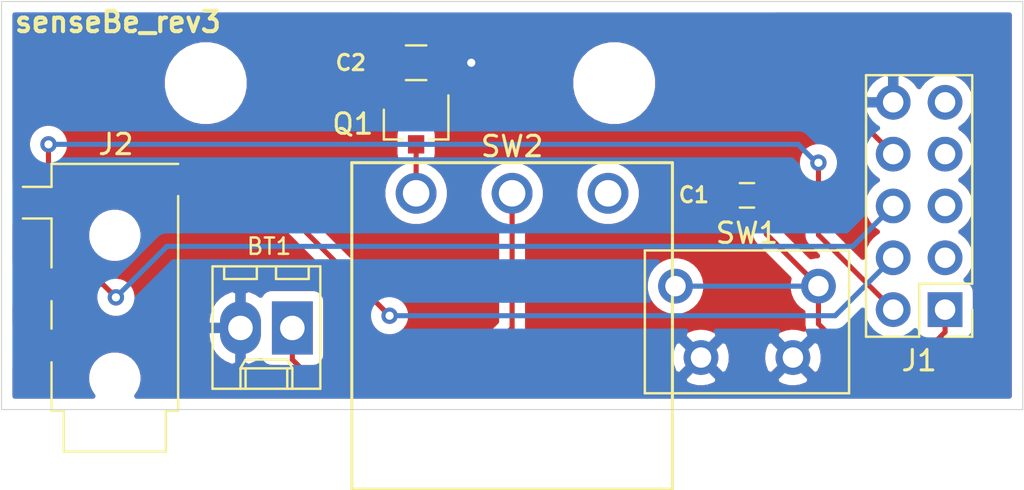
<source format=kicad_pcb>
(kicad_pcb (version 20171130) (host pcbnew "(5.1.0)-1")

  (general
    (thickness 1.6)
    (drawings 9)
    (tracks 46)
    (zones 0)
    (modules 10)
    (nets 14)
  )

  (page A4)
  (layers
    (0 F.Cu signal)
    (31 B.Cu signal)
    (32 B.Adhes user)
    (33 F.Adhes user)
    (34 B.Paste user)
    (35 F.Paste user)
    (36 B.SilkS user)
    (37 F.SilkS user)
    (38 B.Mask user)
    (39 F.Mask user)
    (40 Dwgs.User user)
    (41 Cmts.User user)
    (42 Eco1.User user)
    (43 Eco2.User user)
    (44 Edge.Cuts user)
    (45 Margin user)
    (46 B.CrtYd user)
    (47 F.CrtYd user)
    (48 B.Fab user hide)
    (49 F.Fab user hide)
  )

  (setup
    (last_trace_width 0.25)
    (trace_clearance 0.2)
    (zone_clearance 0.508)
    (zone_45_only no)
    (trace_min 0.2)
    (via_size 0.8)
    (via_drill 0.4)
    (via_min_size 0.4)
    (via_min_drill 0.3)
    (uvia_size 0.3)
    (uvia_drill 0.1)
    (uvias_allowed no)
    (uvia_min_size 0.2)
    (uvia_min_drill 0.1)
    (edge_width 0.05)
    (segment_width 0.2)
    (pcb_text_width 0.3)
    (pcb_text_size 1.5 1.5)
    (mod_edge_width 0.12)
    (mod_text_size 1 1)
    (mod_text_width 0.15)
    (pad_size 1.524 1.524)
    (pad_drill 0.762)
    (pad_to_mask_clearance 0.051)
    (solder_mask_min_width 0.25)
    (aux_axis_origin 0 0)
    (grid_origin 10 10)
    (visible_elements 7FFFFFFF)
    (pcbplotparams
      (layerselection 0x010fc_ffffffff)
      (usegerberextensions true)
      (usegerberattributes false)
      (usegerberadvancedattributes false)
      (creategerberjobfile false)
      (excludeedgelayer true)
      (linewidth 0.100000)
      (plotframeref false)
      (viasonmask false)
      (mode 1)
      (useauxorigin false)
      (hpglpennumber 1)
      (hpglpenspeed 20)
      (hpglpendiameter 15.000000)
      (psnegative false)
      (psa4output false)
      (plotreference true)
      (plotvalue true)
      (plotinvisibletext false)
      (padsonsilk false)
      (subtractmaskfromsilk false)
      (outputformat 1)
      (mirror false)
      (drillshape 0)
      (scaleselection 1)
      (outputdirectory "Gerber/"))
  )

  (net 0 "")
  (net 1 GND)
  (net 2 "Net-(BT1-Pad1)")
  (net 3 /BUTTON)
  (net 4 VDD)
  (net 5 /CAM_JACK)
  (net 6 "Net-(J1-Pad3)")
  (net 7 /FOCUS)
  (net 8 "Net-(J1-Pad5)")
  (net 9 /TRIGGER)
  (net 10 "Net-(J1-Pad7)")
  (net 11 "Net-(J1-Pad9)")
  (net 12 "Net-(Q1-Pad3)")
  (net 13 "Net-(SW2-Pad1)")

  (net_class Default "This is the default net class."
    (clearance 0.2)
    (trace_width 0.25)
    (via_dia 0.8)
    (via_drill 0.4)
    (uvia_dia 0.3)
    (uvia_drill 0.1)
    (add_net /BUTTON)
    (add_net /CAM_JACK)
    (add_net /FOCUS)
    (add_net /TRIGGER)
    (add_net GND)
    (add_net "Net-(BT1-Pad1)")
    (add_net "Net-(J1-Pad3)")
    (add_net "Net-(J1-Pad5)")
    (add_net "Net-(J1-Pad7)")
    (add_net "Net-(J1-Pad9)")
    (add_net "Net-(Q1-Pad3)")
    (add_net "Net-(SW2-Pad1)")
    (add_net VDD)
  )

  (module senseBe_rev3_daughter_fp:MountingHole_3mm locked (layer F.Cu) (tedit 5CAF1D9F) (tstamp 5CAF7BE5)
    (at 40 14)
    (descr "Mounting Hole 3mm, no annular")
    (tags "mounting hole 3mm no annular")
    (path /5CB04F65)
    (attr virtual)
    (fp_text reference MK2 (at 0 -4) (layer F.SilkS) hide
      (effects (font (size 1 1) (thickness 0.15)))
    )
    (fp_text value Mounting_Hole (at 0 4) (layer F.Fab)
      (effects (font (size 1 1) (thickness 0.15)))
    )
    (fp_circle (center 0 0) (end 3.25 0) (layer F.CrtYd) (width 0.05))
    (fp_text user %R (at 0.3 0) (layer F.Fab)
      (effects (font (size 1 1) (thickness 0.15)))
    )
    (pad 1 np_thru_hole circle (at 0 0) (size 3 3) (drill 3) (layers *.Cu *.Mask))
  )

  (module senseBe_rev3_daughter_fp:MountingHole_3mm locked (layer F.Cu) (tedit 5CAF1D95) (tstamp 5CAF7BDC)
    (at 20 14)
    (descr "Mounting Hole 3mm, no annular")
    (tags "mounting hole 3mm no annular")
    (path /5CB04803)
    (attr virtual)
    (fp_text reference MK1 (at 0 -4) (layer F.SilkS) hide
      (effects (font (size 1 1) (thickness 0.15)))
    )
    (fp_text value Mounting_Hole (at 0 4) (layer F.Fab)
      (effects (font (size 1 1) (thickness 0.15)))
    )
    (fp_text user %R (at 0.3 0) (layer F.Fab)
      (effects (font (size 1 1) (thickness 0.15)))
    )
    (fp_circle (center 0 0) (end 3.25 0) (layer F.CrtYd) (width 0.05))
    (pad 1 np_thru_hole circle (at 0 0) (size 3 3) (drill 3) (layers *.Cu *.Mask))
  )

  (module Connector_PinHeader_2.54mm:PinHeader_2x05_P2.54mm_Vertical locked (layer F.Cu) (tedit 5CAF16AC) (tstamp 5CAF54A6)
    (at 56.2 25.1 180)
    (descr "Through hole straight pin header, 2x05, 2.54mm pitch, double rows")
    (tags "Through hole pin header THT 2x05 2.54mm double row")
    (path /5CAF533D)
    (fp_text reference J1 (at 1.27 -2.5 180) (layer F.SilkS)
      (effects (font (size 1 1) (thickness 0.15)))
    )
    (fp_text value Conn_02x05 (at 1.27 12.49 180) (layer F.Fab)
      (effects (font (size 1 1) (thickness 0.15)))
    )
    (fp_line (start 0 -1.27) (end 3.81 -1.27) (layer F.Fab) (width 0.1))
    (fp_line (start 3.81 -1.27) (end 3.81 11.43) (layer F.Fab) (width 0.1))
    (fp_line (start 3.81 11.43) (end -1.27 11.43) (layer F.Fab) (width 0.1))
    (fp_line (start -1.27 11.43) (end -1.27 0) (layer F.Fab) (width 0.1))
    (fp_line (start -1.27 0) (end 0 -1.27) (layer F.Fab) (width 0.1))
    (fp_line (start -1.33 11.49) (end 3.87 11.49) (layer F.SilkS) (width 0.12))
    (fp_line (start -1.33 1.27) (end -1.33 11.49) (layer F.SilkS) (width 0.12))
    (fp_line (start 3.87 -1.33) (end 3.87 11.49) (layer F.SilkS) (width 0.12))
    (fp_line (start -1.33 1.27) (end 1.27 1.27) (layer F.SilkS) (width 0.12))
    (fp_line (start 1.27 1.27) (end 1.27 -1.33) (layer F.SilkS) (width 0.12))
    (fp_line (start 1.27 -1.33) (end 3.87 -1.33) (layer F.SilkS) (width 0.12))
    (fp_line (start -1.33 0) (end -1.33 -1.33) (layer F.SilkS) (width 0.12))
    (fp_line (start -1.33 -1.33) (end 0 -1.33) (layer F.SilkS) (width 0.12))
    (fp_line (start -1.8 -1.8) (end -1.8 11.95) (layer F.CrtYd) (width 0.05))
    (fp_line (start -1.8 11.95) (end 4.35 11.95) (layer F.CrtYd) (width 0.05))
    (fp_line (start 4.35 11.95) (end 4.35 -1.8) (layer F.CrtYd) (width 0.05))
    (fp_line (start 4.35 -1.8) (end -1.8 -1.8) (layer F.CrtYd) (width 0.05))
    (fp_text user %R (at 1.27 5.08 270) (layer F.Fab)
      (effects (font (size 1 1) (thickness 0.15)))
    )
    (pad 1 thru_hole rect (at 0 0 180) (size 1.7 1.7) (drill 1) (layers *.Cu *.Mask)
      (net 3 /BUTTON))
    (pad 2 thru_hole oval (at 2.54 0 180) (size 1.7 1.7) (drill 1) (layers *.Cu *.Mask)
      (net 5 /CAM_JACK))
    (pad 3 thru_hole oval (at 0 2.54 180) (size 1.7 1.7) (drill 1) (layers *.Cu *.Mask)
      (net 6 "Net-(J1-Pad3)"))
    (pad 4 thru_hole oval (at 2.54 2.54 180) (size 1.7 1.7) (drill 1) (layers *.Cu *.Mask)
      (net 7 /FOCUS))
    (pad 5 thru_hole oval (at 0 5.08 180) (size 1.7 1.7) (drill 1) (layers *.Cu *.Mask)
      (net 8 "Net-(J1-Pad5)"))
    (pad 6 thru_hole oval (at 2.54 5.08 180) (size 1.7 1.7) (drill 1) (layers *.Cu *.Mask)
      (net 9 /TRIGGER))
    (pad 7 thru_hole oval (at 0 7.62 180) (size 1.7 1.7) (drill 1) (layers *.Cu *.Mask)
      (net 10 "Net-(J1-Pad7)"))
    (pad 8 thru_hole oval (at 2.54 7.62 180) (size 1.7 1.7) (drill 1) (layers *.Cu *.Mask)
      (net 4 VDD))
    (pad 9 thru_hole oval (at 0 10.16 180) (size 1.7 1.7) (drill 1) (layers *.Cu *.Mask)
      (net 11 "Net-(J1-Pad9)"))
    (pad 10 thru_hole oval (at 2.54 10.16 180) (size 1.7 1.7) (drill 1) (layers *.Cu *.Mask)
      (net 1 GND))
    (model "${KIPRJMOD}/senseBe_rev3_daughter_3D_Files/JTAG Conn 2x5.step"
      (at (xyz 0 0 0))
      (scale (xyz 1 1 1))
      (rotate (xyz 0 0 0))
    )
  )

  (module senseBe_rev3_daughter_fp:Audio_Jack_3.5mm_Horizontal_SMD locked (layer F.Cu) (tedit 5CAF162A) (tstamp 5CAF50EC)
    (at 15.548 23.684 90)
    (descr "Headphones with microphone connector, 3.5mm, 4 pins.")
    (tags "3.5mm jack mic microphone phones headphones 4pins audio plug")
    (path /5CB3867C)
    (attr smd)
    (fp_text reference J2 (at 6.684 0.052 180) (layer F.SilkS)
      (effects (font (size 1 1) (thickness 0.15)))
    )
    (fp_text value StereoSocket_3-5mm_SMD (at -0.025 6.35 90) (layer F.Fab)
      (effects (font (size 1 1) (thickness 0.15)))
    )
    (fp_text user %R (at -1.195 0 90) (layer F.Fab)
      (effects (font (size 1 1) (thickness 0.15)))
    )
    (fp_line (start 3.05 -3.1) (end 3.05 -4.5) (layer F.SilkS) (width 0.12))
    (fp_line (start 4.6 -3.1) (end 4.6 -4.5) (layer F.SilkS) (width 0.12))
    (fp_line (start 5.575 2.9) (end -6.225 2.9) (layer F.Fab) (width 0.1))
    (fp_line (start -6.225 2.9) (end -6.225 2.3) (layer F.Fab) (width 0.1))
    (fp_line (start -6.225 2.3) (end -8.225 2.3) (layer F.Fab) (width 0.1))
    (fp_line (start -8.225 2.3) (end -8.225 -2.3) (layer F.Fab) (width 0.1))
    (fp_line (start -8.225 -2.3) (end -6.225 -2.3) (layer F.Fab) (width 0.1))
    (fp_line (start -6.225 -2.3) (end -6.225 -2.9) (layer F.Fab) (width 0.1))
    (fp_line (start -6.225 -2.9) (end 5.575 -2.9) (layer F.Fab) (width 0.1))
    (fp_line (start 5.575 -2.9) (end 5.575 2.9) (layer F.Fab) (width 0.1))
    (fp_line (start 4.15 3.1) (end -6.375 3.1) (layer F.SilkS) (width 0.12))
    (fp_line (start 4.6 -3.1) (end 5.725 -3.1) (layer F.SilkS) (width 0.12))
    (fp_line (start 0.65 -3.1) (end 3.05 -3.1) (layer F.SilkS) (width 0.12))
    (fp_line (start -2.35 -3.1) (end -1 -3.1) (layer F.SilkS) (width 0.12))
    (fp_line (start -6.375 -3.1) (end -4 -3.1) (layer F.SilkS) (width 0.12))
    (fp_line (start 6.07 5) (end 6.07 -5) (layer F.CrtYd) (width 0.05))
    (fp_line (start -8.73 5) (end -8.73 -5) (layer F.CrtYd) (width 0.05))
    (fp_line (start 5.725 3.1) (end 5.725 -3.1) (layer F.SilkS) (width 0.12))
    (fp_line (start -8.73 5) (end 6.07 5) (layer F.CrtYd) (width 0.05))
    (fp_line (start -8.73 -5) (end 6.07 -5) (layer F.CrtYd) (width 0.05))
    (fp_line (start -6.375 -3.1) (end -6.375 -2.5) (layer F.SilkS) (width 0.12))
    (fp_line (start -6.375 2.5) (end -6.375 3.1) (layer F.SilkS) (width 0.12))
    (fp_line (start -8.375 -2.5) (end -8.375 2.5) (layer F.SilkS) (width 0.12))
    (fp_line (start -6.375 -2.5) (end -8.375 -2.5) (layer F.SilkS) (width 0.12))
    (fp_line (start -6.375 2.5) (end -8.375 2.5) (layer F.SilkS) (width 0.12))
    (fp_circle (center 3.9 -2.35) (end 3.95 -2.1) (layer F.Fab) (width 0.12))
    (pad 5 smd rect (at 4.925 3.25 90) (size 1.2 2.5) (layers F.Cu F.Paste F.Mask)
      (net 7 /FOCUS))
    (pad 4 smd rect (at 3.825 -3.25 90) (size 1.2 2.5) (layers F.Cu F.Paste F.Mask)
      (net 5 /CAM_JACK))
    (pad 3 smd rect (at -0.175 -3.25 90) (size 1.2 2.5) (layers F.Cu F.Paste F.Mask)
      (net 9 /TRIGGER))
    (pad 2 smd rect (at -3.175 -3.25 90) (size 1.2 2.5) (layers F.Cu F.Paste F.Mask)
      (net 1 GND))
    (pad "" np_thru_hole circle (at -4.775 0 90) (size 1.5 1.5) (drill 1.5) (layers *.Cu *.Mask))
    (pad "" np_thru_hole circle (at 2.225 0 90) (size 1.5 1.5) (drill 1.5) (layers *.Cu *.Mask))
    (model "${KIPRJMOD}/senseBe_rev3_daughter_3D_Files/Stereo Socket 3.5mm SMD.step"
      (at (xyz 0 0 0))
      (scale (xyz 1 1 1))
      (rotate (xyz 0 0 0))
    )
  )

  (module senseBe_rev3_daughter_fp:SlideSwitch_1P2T_RightAngle locked (layer F.Cu) (tedit 5CAF105A) (tstamp 5CAF643F)
    (at 35 19.4 180)
    (path /5CAF2A95)
    (fp_text reference SW2 (at 0 2.3 180) (layer F.SilkS)
      (effects (font (size 1 1) (thickness 0.15)))
    )
    (fp_text value SW_Push_SPDT (at 0 -6.66 180) (layer F.Fab)
      (effects (font (size 1 1) (thickness 0.15)))
    )
    (fp_line (start -7.85 1.5) (end 7.85 1.5) (layer F.SilkS) (width 0.15))
    (fp_line (start 7.85 1.5) (end 7.85 -14.5) (layer F.SilkS) (width 0.15))
    (fp_line (start 7.85 -14.5) (end -7.85 -14.5) (layer F.SilkS) (width 0.15))
    (fp_line (start -7.85 -14.5) (end -7.85 1.5) (layer F.SilkS) (width 0.15))
    (pad 2 thru_hole circle (at 0 0 180) (size 2 2) (drill 1.3) (layers *.Cu *.Mask)
      (net 2 "Net-(BT1-Pad1)"))
    (pad 3 thru_hole circle (at 4.7 0 180) (size 2 2) (drill 1.3) (layers *.Cu *.Mask)
      (net 12 "Net-(Q1-Pad3)"))
    (pad 1 thru_hole circle (at -4.7 0 180) (size 2 2) (drill 1.3) (layers *.Cu *.Mask)
      (net 13 "Net-(SW2-Pad1)"))
    (model ${KIPRJMOD}/senseBe_rev3_daughter_3D_Files/SlideSwitch_1P2T_RightAngle.step
      (at (xyz 0 0 0))
      (scale (xyz 1 1 1))
      (rotate (xyz 0 0 0))
    )
  )

  (module senseBe_rev3_daughter_fp:Molex_KK-6410-02_02x2.54mm_Straight locked (layer F.Cu) (tedit 5C6E9336) (tstamp 5CAF5004)
    (at 21.7 26)
    (descr "Connector Headers with Friction Lock, 22-27-2021, http://www.molex.com/pdm_docs/sd/022272021_sd.pdf")
    (tags "connector molex kk_6410 22-27-2021")
    (path /5A868475)
    (fp_text reference BT1 (at 1.4 -4 180) (layer F.SilkS)
      (effects (font (size 0.8 0.8) (thickness 0.12)))
    )
    (fp_text value Battery (at 1.27 4.5) (layer F.Fab)
      (effects (font (size 0.8 0.8) (thickness 0.12)))
    )
    (fp_line (start -1.47 -3.12) (end -1.47 3.08) (layer F.Fab) (width 0.12))
    (fp_line (start -1.47 3.08) (end 4.01 3.08) (layer F.Fab) (width 0.12))
    (fp_line (start 4.01 3.08) (end 4.01 -3.12) (layer F.Fab) (width 0.12))
    (fp_line (start 4.01 -3.12) (end -1.47 -3.12) (layer F.Fab) (width 0.12))
    (fp_line (start -1.37 -3.02) (end -1.37 2.98) (layer F.SilkS) (width 0.12))
    (fp_line (start -1.37 2.98) (end 3.91 2.98) (layer F.SilkS) (width 0.12))
    (fp_line (start 3.91 2.98) (end 3.91 -3.02) (layer F.SilkS) (width 0.12))
    (fp_line (start 3.91 -3.02) (end -1.37 -3.02) (layer F.SilkS) (width 0.12))
    (fp_line (start 0 2.98) (end 0 1.98) (layer F.SilkS) (width 0.12))
    (fp_line (start 0 1.98) (end 2.54 1.98) (layer F.SilkS) (width 0.12))
    (fp_line (start 2.54 1.98) (end 2.54 2.98) (layer F.SilkS) (width 0.12))
    (fp_line (start 0 1.98) (end 0.25 1.55) (layer F.SilkS) (width 0.12))
    (fp_line (start 0.25 1.55) (end 2.29 1.55) (layer F.SilkS) (width 0.12))
    (fp_line (start 2.29 1.55) (end 2.54 1.98) (layer F.SilkS) (width 0.12))
    (fp_line (start 0.25 2.98) (end 0.25 1.98) (layer F.SilkS) (width 0.12))
    (fp_line (start 2.29 2.98) (end 2.29 1.98) (layer F.SilkS) (width 0.12))
    (fp_line (start -0.8 -3.02) (end -0.8 -2.4) (layer F.SilkS) (width 0.12))
    (fp_line (start -0.8 -2.4) (end 0.8 -2.4) (layer F.SilkS) (width 0.12))
    (fp_line (start 0.8 -2.4) (end 0.8 -3.02) (layer F.SilkS) (width 0.12))
    (fp_line (start 1.74 -3.02) (end 1.74 -2.4) (layer F.SilkS) (width 0.12))
    (fp_line (start 1.74 -2.4) (end 3.34 -2.4) (layer F.SilkS) (width 0.12))
    (fp_line (start 3.34 -2.4) (end 3.34 -3.02) (layer F.SilkS) (width 0.12))
    (fp_line (start -1.9 3.5) (end -1.9 -3.55) (layer F.CrtYd) (width 0.05))
    (fp_line (start -1.9 -3.55) (end 4.45 -3.55) (layer F.CrtYd) (width 0.05))
    (fp_line (start 4.45 -3.55) (end 4.45 3.5) (layer F.CrtYd) (width 0.05))
    (fp_line (start 4.45 3.5) (end -1.9 3.5) (layer F.CrtYd) (width 0.05))
    (fp_text user %R (at 1.27 0) (layer F.Fab)
      (effects (font (size 0.8 0.8) (thickness 0.12)))
    )
    (pad 2 thru_hole oval (at 0 0) (size 2 2.6) (drill 1.2) (layers *.Cu *.Mask)
      (net 1 GND))
    (pad 1 thru_hole rect (at 2.54 0) (size 2 2.6) (drill 1.2) (layers *.Cu *.Mask)
      (net 2 "Net-(BT1-Pad1)"))
    (model ${KISYS3DMOD}/Connectors_Molex.3dshapes/Molex_KK-6410-02_02x2.54mm_Straight.wrl
      (at (xyz 0 0 0))
      (scale (xyz 1 1 1))
      (rotate (xyz 0 0 0))
    )
  )

  (module senseBe_rev3_daughter_fp:C_0603_HandSoldering (layer F.Cu) (tedit 58AA848B) (tstamp 5CAF50A8)
    (at 46.5 19.5)
    (descr "Capacitor SMD 0603, hand soldering")
    (tags "capacitor 0603")
    (path /5BB68ABA)
    (attr smd)
    (fp_text reference C1 (at -2.6 -0.02) (layer F.SilkS)
      (effects (font (size 0.75 0.75) (thickness 0.15)))
    )
    (fp_text value 100nF (at 0 1.5) (layer F.Fab)
      (effects (font (size 0.75 0.75) (thickness 0.15)))
    )
    (fp_line (start 1.8 0.65) (end -1.8 0.65) (layer F.CrtYd) (width 0.05))
    (fp_line (start 1.8 0.65) (end 1.8 -0.65) (layer F.CrtYd) (width 0.05))
    (fp_line (start -1.8 -0.65) (end -1.8 0.65) (layer F.CrtYd) (width 0.05))
    (fp_line (start -1.8 -0.65) (end 1.8 -0.65) (layer F.CrtYd) (width 0.05))
    (fp_line (start 0.35 0.6) (end -0.35 0.6) (layer F.SilkS) (width 0.12))
    (fp_line (start -0.35 -0.6) (end 0.35 -0.6) (layer F.SilkS) (width 0.12))
    (fp_line (start -0.8 -0.4) (end 0.8 -0.4) (layer F.Fab) (width 0.1))
    (fp_line (start 0.8 -0.4) (end 0.8 0.4) (layer F.Fab) (width 0.1))
    (fp_line (start 0.8 0.4) (end -0.8 0.4) (layer F.Fab) (width 0.1))
    (fp_line (start -0.8 0.4) (end -0.8 -0.4) (layer F.Fab) (width 0.1))
    (fp_text user %R (at 0 -1.25) (layer F.Fab)
      (effects (font (size 1 1) (thickness 0.15)))
    )
    (pad 2 smd rect (at 0.95 0) (size 1.2 0.75) (layers F.Cu F.Paste F.Mask)
      (net 3 /BUTTON))
    (pad 1 smd rect (at -0.95 0) (size 1.2 0.75) (layers F.Cu F.Paste F.Mask)
      (net 1 GND))
    (model Capacitors_SMD.3dshapes/C_0603.wrl
      (at (xyz 0 0 0))
      (scale (xyz 1 1 1))
      (rotate (xyz 0 0 0))
    )
  )

  (module senseBe_rev3_daughter_fp:C_0805_HandSoldering (layer F.Cu) (tedit 58AA84A8) (tstamp 5CAF5144)
    (at 30.3 13)
    (descr "Capacitor SMD 0805, hand soldering")
    (tags "capacitor 0805")
    (path /5A8689DA)
    (attr smd)
    (fp_text reference C2 (at -3.2 0) (layer F.SilkS)
      (effects (font (size 0.75 0.75) (thickness 0.15)))
    )
    (fp_text value 10uF (at 0 1.75) (layer F.Fab)
      (effects (font (size 0.75 0.75) (thickness 0.15)))
    )
    (fp_line (start 2.25 0.87) (end -2.25 0.87) (layer F.CrtYd) (width 0.05))
    (fp_line (start 2.25 0.87) (end 2.25 -0.88) (layer F.CrtYd) (width 0.05))
    (fp_line (start -2.25 -0.88) (end -2.25 0.87) (layer F.CrtYd) (width 0.05))
    (fp_line (start -2.25 -0.88) (end 2.25 -0.88) (layer F.CrtYd) (width 0.05))
    (fp_line (start -0.5 0.85) (end 0.5 0.85) (layer F.SilkS) (width 0.12))
    (fp_line (start 0.5 -0.85) (end -0.5 -0.85) (layer F.SilkS) (width 0.12))
    (fp_line (start -1 -0.62) (end 1 -0.62) (layer F.Fab) (width 0.1))
    (fp_line (start 1 -0.62) (end 1 0.62) (layer F.Fab) (width 0.1))
    (fp_line (start 1 0.62) (end -1 0.62) (layer F.Fab) (width 0.1))
    (fp_line (start -1 0.62) (end -1 -0.62) (layer F.Fab) (width 0.1))
    (fp_text user %R (at 0 -1.75) (layer F.Fab)
      (effects (font (size 1 1) (thickness 0.15)))
    )
    (pad 2 smd rect (at 1.25 0) (size 1.5 1.25) (layers F.Cu F.Paste F.Mask)
      (net 1 GND))
    (pad 1 smd rect (at -1.25 0) (size 1.5 1.25) (layers F.Cu F.Paste F.Mask)
      (net 4 VDD))
    (model Capacitors_SMD.3dshapes/C_0805.wrl
      (at (xyz 0 0 0))
      (scale (xyz 1 1 1))
      (rotate (xyz 0 0 0))
    )
  )

  (module Package_TO_SOT_SMD:SOT-23 (layer F.Cu) (tedit 5A02FF57) (tstamp 5CAF5375)
    (at 30.3 16 270)
    (descr "SOT-23, Standard")
    (tags SOT-23)
    (path /5A8BFDEB)
    (attr smd)
    (fp_text reference Q1 (at 0 3.1) (layer F.SilkS)
      (effects (font (size 1 1) (thickness 0.15)))
    )
    (fp_text value TSM2301 (at 0 2.5 270) (layer F.Fab)
      (effects (font (size 1 1) (thickness 0.15)))
    )
    (fp_text user %R (at 0 0) (layer F.Fab)
      (effects (font (size 0.5 0.5) (thickness 0.075)))
    )
    (fp_line (start -0.7 -0.95) (end -0.7 1.5) (layer F.Fab) (width 0.1))
    (fp_line (start -0.15 -1.52) (end 0.7 -1.52) (layer F.Fab) (width 0.1))
    (fp_line (start -0.7 -0.95) (end -0.15 -1.52) (layer F.Fab) (width 0.1))
    (fp_line (start 0.7 -1.52) (end 0.7 1.52) (layer F.Fab) (width 0.1))
    (fp_line (start -0.7 1.52) (end 0.7 1.52) (layer F.Fab) (width 0.1))
    (fp_line (start 0.76 1.58) (end 0.76 0.65) (layer F.SilkS) (width 0.12))
    (fp_line (start 0.76 -1.58) (end 0.76 -0.65) (layer F.SilkS) (width 0.12))
    (fp_line (start -1.7 -1.75) (end 1.7 -1.75) (layer F.CrtYd) (width 0.05))
    (fp_line (start 1.7 -1.75) (end 1.7 1.75) (layer F.CrtYd) (width 0.05))
    (fp_line (start 1.7 1.75) (end -1.7 1.75) (layer F.CrtYd) (width 0.05))
    (fp_line (start -1.7 1.75) (end -1.7 -1.75) (layer F.CrtYd) (width 0.05))
    (fp_line (start 0.76 -1.58) (end -1.4 -1.58) (layer F.SilkS) (width 0.12))
    (fp_line (start 0.76 1.58) (end -0.7 1.58) (layer F.SilkS) (width 0.12))
    (pad 1 smd rect (at -1 -0.95 270) (size 0.9 0.8) (layers F.Cu F.Paste F.Mask)
      (net 1 GND))
    (pad 2 smd rect (at -1 0.95 270) (size 0.9 0.8) (layers F.Cu F.Paste F.Mask)
      (net 4 VDD))
    (pad 3 smd rect (at 1 0 270) (size 0.9 0.8) (layers F.Cu F.Paste F.Mask)
      (net 12 "Net-(Q1-Pad3)"))
    (model ${KISYS3DMOD}/Package_TO_SOT_SMD.3dshapes/SOT-23.wrl
      (at (xyz 0 0 0))
      (scale (xyz 1 1 1))
      (rotate (xyz 0 0 0))
    )
  )

  (module senseBe_rev3_daughter_fp:RightAngle_Tactile_Push_Button locked (layer F.Cu) (tedit 5CAEFAE2) (tstamp 5CAF51E4)
    (at 46.5 26.2)
    (path /5CB459CC)
    (fp_text reference SW1 (at 0 -4.85) (layer F.SilkS)
      (effects (font (size 1 1) (thickness 0.15)))
    )
    (fp_text value SW_Push_Dual (at 0 -6.3) (layer F.Fab)
      (effects (font (size 1 1) (thickness 0.15)))
    )
    (fp_line (start -5 3) (end -5 -4) (layer F.SilkS) (width 0.12))
    (fp_line (start -5 -4) (end 5 -4) (layer F.SilkS) (width 0.12))
    (fp_line (start 5 -4) (end 5 3) (layer F.SilkS) (width 0.12))
    (fp_line (start 5 3) (end -5 3) (layer F.SilkS) (width 0.12))
    (pad 1 thru_hole circle (at -2.25 1.25) (size 1.7 1.7) (drill 1) (layers *.Cu *.Mask)
      (net 1 GND))
    (pad 2 thru_hole circle (at 2.25 1.25) (size 1.7 1.7) (drill 1) (layers *.Cu *.Mask)
      (net 1 GND))
    (pad 3 thru_hole circle (at -3.5 -2.25) (size 1.7 1.7) (drill 1) (layers *.Cu *.Mask)
      (net 3 /BUTTON))
    (pad 4 thru_hole circle (at 3.5 -2.25) (size 1.7 1.7) (drill 1) (layers *.Cu *.Mask)
      (net 3 /BUTTON))
    (model "${KIPRJMOD}/senseBe_rev3_daughter_3D_Files/RIght Angle_Tactile_Push_Button.step"
      (at (xyz 0 0 0))
      (scale (xyz 1 1 1))
      (rotate (xyz 0 0 0))
    )
  )

  (gr_text senseBe_rev3 (at 15.7 11) (layer F.SilkS)
    (effects (font (size 1 1) (thickness 0.2)))
  )
  (gr_line (start 60 10) (end 10 10) (layer Margin) (width 0.15) (tstamp 5CAEFAAF))
  (gr_line (start 60 30) (end 60 10) (layer Margin) (width 0.15))
  (gr_line (start 10 30) (end 60 30) (layer Margin) (width 0.15))
  (gr_line (start 10 10) (end 10 30) (layer Margin) (width 0.15))
  (gr_line (start 60 10) (end 10 10) (layer Edge.Cuts) (width 0.05) (tstamp 5CAEFAA7))
  (gr_line (start 60 30) (end 60 10) (layer Edge.Cuts) (width 0.05))
  (gr_line (start 10 30) (end 60 30) (layer Edge.Cuts) (width 0.05))
  (gr_line (start 10 10) (end 10 30) (layer Edge.Cuts) (width 0.05))

  (segment (start 31.55 14.7) (end 31.25 15) (width 0.25) (layer F.Cu) (net 1))
  (segment (start 31.55 13) (end 31.55 14.7) (width 0.25) (layer F.Cu) (net 1))
  (via (at 33 13) (size 0.8) (drill 0.4) (layers F.Cu B.Cu) (net 1))
  (segment (start 31.55 13) (end 33 13) (width 0.25) (layer F.Cu) (net 1))
  (segment (start 45.55 26.15) (end 45.55 19.5) (width 0.25) (layer F.Cu) (net 1))
  (segment (start 44.25 27.45) (end 45.55 26.15) (width 0.25) (layer F.Cu) (net 1))
  (segment (start 35 19.4) (end 35 26) (width 0.25) (layer F.Cu) (net 2))
  (segment (start 32.645 28.355) (end 25.045 28.355) (width 0.25) (layer F.Cu) (net 2))
  (segment (start 35 26) (end 32.645 28.355) (width 0.25) (layer F.Cu) (net 2))
  (segment (start 24.24 27.55) (end 24.24 26) (width 0.25) (layer F.Cu) (net 2))
  (segment (start 25.045 28.355) (end 24.24 27.55) (width 0.25) (layer F.Cu) (net 2))
  (segment (start 56.2 26.2) (end 55 27.4) (width 0.25) (layer F.Cu) (net 3))
  (segment (start 56.2 25.1) (end 56.2 26.2) (width 0.25) (layer F.Cu) (net 3))
  (segment (start 55 27.4) (end 51.6 27.4) (width 0.25) (layer F.Cu) (net 3))
  (segment (start 50 25.8) (end 50 23.95) (width 0.25) (layer F.Cu) (net 3))
  (segment (start 51.6 27.4) (end 50 25.8) (width 0.25) (layer F.Cu) (net 3))
  (segment (start 47.45 21.4) (end 50 23.95) (width 0.25) (layer F.Cu) (net 3))
  (segment (start 47.45 19.5) (end 47.45 21.4) (width 0.25) (layer F.Cu) (net 3))
  (segment (start 43 23.95) (end 50 23.95) (width 0.25) (layer B.Cu) (net 3))
  (segment (start 29.05 14.7) (end 29.35 15) (width 0.25) (layer F.Cu) (net 4))
  (segment (start 29.05 13) (end 29.05 14.7) (width 0.25) (layer F.Cu) (net 4))
  (segment (start 29.05 12.125) (end 29.05 13) (width 0.25) (layer F.Cu) (net 4))
  (segment (start 30.175 11) (end 29.05 12.125) (width 0.25) (layer F.Cu) (net 4))
  (segment (start 47.18 11) (end 30.175 11) (width 0.25) (layer F.Cu) (net 4))
  (segment (start 53.66 17.48) (end 47.18 11) (width 0.25) (layer F.Cu) (net 4))
  (via (at 12.3 17) (size 0.8) (drill 0.4) (layers F.Cu B.Cu) (net 5))
  (segment (start 12.298 19.859) (end 12.298 17.002) (width 0.25) (layer F.Cu) (net 5))
  (segment (start 12.298 17.002) (end 12.3 17) (width 0.25) (layer F.Cu) (net 5))
  (segment (start 12.3 17) (end 49 17) (width 0.25) (layer B.Cu) (net 5))
  (via (at 50 17.9) (size 0.8) (drill 0.4) (layers F.Cu B.Cu) (net 5))
  (segment (start 49 17) (end 49.9 17.9) (width 0.25) (layer B.Cu) (net 5))
  (segment (start 49.9 17.9) (end 50 17.9) (width 0.25) (layer B.Cu) (net 5))
  (segment (start 50 21.44) (end 53.66 25.1) (width 0.25) (layer F.Cu) (net 5))
  (segment (start 50 17.9) (end 50 21.44) (width 0.25) (layer F.Cu) (net 5))
  (segment (start 53.66 22.56) (end 50.82 25.4) (width 0.25) (layer B.Cu) (net 7))
  (via (at 29 25.4) (size 0.8) (drill 0.4) (layers F.Cu B.Cu) (net 7))
  (segment (start 50.82 25.4) (end 29 25.4) (width 0.25) (layer B.Cu) (net 7))
  (segment (start 22.359 18.759) (end 18.798 18.759) (width 0.25) (layer F.Cu) (net 7))
  (segment (start 29 25.4) (end 22.359 18.759) (width 0.25) (layer F.Cu) (net 7))
  (via (at 15.6 24.5) (size 0.8) (drill 0.4) (layers F.Cu B.Cu) (net 9))
  (segment (start 12.298 23.859) (end 14.959 23.859) (width 0.25) (layer F.Cu) (net 9))
  (segment (start 14.959 23.859) (end 15.6 24.5) (width 0.25) (layer F.Cu) (net 9))
  (segment (start 15.6 24.5) (end 18.1 22) (width 0.25) (layer B.Cu) (net 9))
  (segment (start 51.68 22) (end 53.66 20.02) (width 0.25) (layer B.Cu) (net 9))
  (segment (start 18.1 22) (end 51.68 22) (width 0.25) (layer B.Cu) (net 9))
  (segment (start 30.3 19.4) (end 30.3 17) (width 0.25) (layer F.Cu) (net 12))

  (zone (net 1) (net_name GND) (layer F.Cu) (tstamp 5CAF85EF) (hatch edge 0.508)
    (connect_pads (clearance 0.508))
    (min_thickness 0.254)
    (fill yes (arc_segments 32) (thermal_gap 0.508) (thermal_bridge_width 0.508))
    (polygon
      (pts
        (xy 10 10) (xy 10 30) (xy 60 30) (xy 60 10)
      )
    )
    (filled_polygon
      (pts
        (xy 28.539002 11.561196) (xy 28.509999 11.584999) (xy 28.468986 11.634974) (xy 28.415026 11.700724) (xy 28.395674 11.736928)
        (xy 28.3 11.736928) (xy 28.175518 11.749188) (xy 28.05582 11.785498) (xy 27.945506 11.844463) (xy 27.848815 11.923815)
        (xy 27.769463 12.020506) (xy 27.710498 12.13082) (xy 27.674188 12.250518) (xy 27.661928 12.375) (xy 27.661928 13.625)
        (xy 27.674188 13.749482) (xy 27.710498 13.86918) (xy 27.769463 13.979494) (xy 27.848815 14.076185) (xy 27.945506 14.155537)
        (xy 28.05582 14.214502) (xy 28.175518 14.250812) (xy 28.290001 14.262087) (xy 28.290001 14.662668) (xy 28.286324 14.7)
        (xy 28.290001 14.737333) (xy 28.300998 14.848986) (xy 28.311928 14.885018) (xy 28.311928 15.45) (xy 28.324188 15.574482)
        (xy 28.360498 15.69418) (xy 28.419463 15.804494) (xy 28.498815 15.901185) (xy 28.595506 15.980537) (xy 28.70582 16.039502)
        (xy 28.825518 16.075812) (xy 28.95 16.088072) (xy 29.461905 16.088072) (xy 29.448815 16.098815) (xy 29.369463 16.195506)
        (xy 29.310498 16.30582) (xy 29.274188 16.425518) (xy 29.261928 16.55) (xy 29.261928 17.45) (xy 29.274188 17.574482)
        (xy 29.310498 17.69418) (xy 29.369463 17.804494) (xy 29.448815 17.901185) (xy 29.516761 17.956946) (xy 29.257748 18.130013)
        (xy 29.030013 18.357748) (xy 28.851082 18.625537) (xy 28.727832 18.923088) (xy 28.665 19.238967) (xy 28.665 19.561033)
        (xy 28.727832 19.876912) (xy 28.851082 20.174463) (xy 29.030013 20.442252) (xy 29.257748 20.669987) (xy 29.525537 20.848918)
        (xy 29.823088 20.972168) (xy 30.138967 21.035) (xy 30.461033 21.035) (xy 30.776912 20.972168) (xy 31.074463 20.848918)
        (xy 31.342252 20.669987) (xy 31.569987 20.442252) (xy 31.748918 20.174463) (xy 31.872168 19.876912) (xy 31.935 19.561033)
        (xy 31.935 19.238967) (xy 31.872168 18.923088) (xy 31.748918 18.625537) (xy 31.569987 18.357748) (xy 31.342252 18.130013)
        (xy 31.083239 17.956946) (xy 31.151185 17.901185) (xy 31.230537 17.804494) (xy 31.289502 17.69418) (xy 31.325812 17.574482)
        (xy 31.338072 17.45) (xy 31.338072 16.55) (xy 31.325812 16.425518) (xy 31.289502 16.30582) (xy 31.230537 16.195506)
        (xy 31.151185 16.098815) (xy 31.054494 16.019463) (xy 31.038393 16.010857) (xy 31.123 15.92625) (xy 31.123 15.127)
        (xy 31.377 15.127) (xy 31.377 15.92625) (xy 31.53575 16.085) (xy 31.65 16.088072) (xy 31.774482 16.075812)
        (xy 31.89418 16.039502) (xy 32.004494 15.980537) (xy 32.101185 15.901185) (xy 32.180537 15.804494) (xy 32.239502 15.69418)
        (xy 32.275812 15.574482) (xy 32.288072 15.45) (xy 32.285 15.28575) (xy 32.12625 15.127) (xy 31.377 15.127)
        (xy 31.123 15.127) (xy 31.103 15.127) (xy 31.103 14.873) (xy 31.123 14.873) (xy 31.123 14.853)
        (xy 31.377 14.853) (xy 31.377 14.873) (xy 32.12625 14.873) (xy 32.285 14.71425) (xy 32.288072 14.55)
        (xy 32.275812 14.425518) (xy 32.239502 14.30582) (xy 32.216357 14.262519) (xy 32.3 14.263072) (xy 32.424482 14.250812)
        (xy 32.54418 14.214502) (xy 32.654494 14.155537) (xy 32.751185 14.076185) (xy 32.830537 13.979494) (xy 32.889502 13.86918)
        (xy 32.913605 13.789721) (xy 37.865 13.789721) (xy 37.865 14.210279) (xy 37.947047 14.622756) (xy 38.107988 15.011302)
        (xy 38.341637 15.360983) (xy 38.639017 15.658363) (xy 38.988698 15.892012) (xy 39.377244 16.052953) (xy 39.789721 16.135)
        (xy 40.210279 16.135) (xy 40.622756 16.052953) (xy 41.011302 15.892012) (xy 41.360983 15.658363) (xy 41.658363 15.360983)
        (xy 41.892012 15.011302) (xy 42.052953 14.622756) (xy 42.135 14.210279) (xy 42.135 13.789721) (xy 42.052953 13.377244)
        (xy 41.892012 12.988698) (xy 41.658363 12.639017) (xy 41.360983 12.341637) (xy 41.011302 12.107988) (xy 40.622756 11.947047)
        (xy 40.210279 11.865) (xy 39.789721 11.865) (xy 39.377244 11.947047) (xy 38.988698 12.107988) (xy 38.639017 12.341637)
        (xy 38.341637 12.639017) (xy 38.107988 12.988698) (xy 37.947047 13.377244) (xy 37.865 13.789721) (xy 32.913605 13.789721)
        (xy 32.925812 13.749482) (xy 32.938072 13.625) (xy 32.935 13.28575) (xy 32.77625 13.127) (xy 31.677 13.127)
        (xy 31.677 13.147) (xy 31.423 13.147) (xy 31.423 13.127) (xy 31.403 13.127) (xy 31.403 12.873)
        (xy 31.423 12.873) (xy 31.423 12.853) (xy 31.677 12.853) (xy 31.677 12.873) (xy 32.77625 12.873)
        (xy 32.935 12.71425) (xy 32.938072 12.375) (xy 32.925812 12.250518) (xy 32.889502 12.13082) (xy 32.830537 12.020506)
        (xy 32.751185 11.923815) (xy 32.654494 11.844463) (xy 32.54418 11.785498) (xy 32.460124 11.76) (xy 46.865199 11.76)
        (xy 52.219203 17.114005) (xy 52.196487 17.188889) (xy 52.167815 17.48) (xy 52.196487 17.771111) (xy 52.281401 18.051034)
        (xy 52.419294 18.309014) (xy 52.604866 18.535134) (xy 52.830986 18.720706) (xy 52.885791 18.75) (xy 52.830986 18.779294)
        (xy 52.604866 18.964866) (xy 52.419294 19.190986) (xy 52.281401 19.448966) (xy 52.196487 19.728889) (xy 52.167815 20.02)
        (xy 52.196487 20.311111) (xy 52.281401 20.591034) (xy 52.419294 20.849014) (xy 52.604866 21.075134) (xy 52.830986 21.260706)
        (xy 52.885791 21.29) (xy 52.830986 21.319294) (xy 52.604866 21.504866) (xy 52.419294 21.730986) (xy 52.281401 21.988966)
        (xy 52.196487 22.268889) (xy 52.170235 22.535433) (xy 50.76 21.125199) (xy 50.76 18.603711) (xy 50.803937 18.559774)
        (xy 50.917205 18.390256) (xy 50.995226 18.201898) (xy 51.035 18.001939) (xy 51.035 17.798061) (xy 50.995226 17.598102)
        (xy 50.917205 17.409744) (xy 50.803937 17.240226) (xy 50.659774 17.096063) (xy 50.490256 16.982795) (xy 50.301898 16.904774)
        (xy 50.101939 16.865) (xy 49.898061 16.865) (xy 49.698102 16.904774) (xy 49.509744 16.982795) (xy 49.340226 17.096063)
        (xy 49.196063 17.240226) (xy 49.082795 17.409744) (xy 49.004774 17.598102) (xy 48.965 17.798061) (xy 48.965 18.001939)
        (xy 49.004774 18.201898) (xy 49.082795 18.390256) (xy 49.196063 18.559774) (xy 49.24 18.603711) (xy 49.240001 21.402668)
        (xy 49.236324 21.44) (xy 49.250998 21.588985) (xy 49.294454 21.732246) (xy 49.365026 21.864276) (xy 49.427173 21.940001)
        (xy 49.46 21.980001) (xy 49.488998 22.003799) (xy 49.950199 22.465) (xy 49.85374 22.465) (xy 49.633592 22.50879)
        (xy 48.21 21.085199) (xy 48.21 20.490038) (xy 48.29418 20.464502) (xy 48.404494 20.405537) (xy 48.501185 20.326185)
        (xy 48.580537 20.229494) (xy 48.639502 20.11918) (xy 48.675812 19.999482) (xy 48.688072 19.875) (xy 48.688072 19.125)
        (xy 48.675812 19.000518) (xy 48.639502 18.88082) (xy 48.580537 18.770506) (xy 48.501185 18.673815) (xy 48.404494 18.594463)
        (xy 48.29418 18.535498) (xy 48.174482 18.499188) (xy 48.05 18.486928) (xy 46.85 18.486928) (xy 46.725518 18.499188)
        (xy 46.60582 18.535498) (xy 46.5 18.592061) (xy 46.39418 18.535498) (xy 46.274482 18.499188) (xy 46.15 18.486928)
        (xy 45.83575 18.49) (xy 45.677 18.64875) (xy 45.677 19.373) (xy 45.697 19.373) (xy 45.697 19.627)
        (xy 45.677 19.627) (xy 45.677 20.35125) (xy 45.83575 20.51) (xy 46.15 20.513072) (xy 46.274482 20.500812)
        (xy 46.39418 20.464502) (xy 46.5 20.407939) (xy 46.60582 20.464502) (xy 46.690001 20.490038) (xy 46.690001 21.362668)
        (xy 46.686324 21.4) (xy 46.700998 21.548985) (xy 46.744454 21.692246) (xy 46.815026 21.824276) (xy 46.847854 21.864276)
        (xy 46.91 21.940001) (xy 46.938998 21.963799) (xy 48.55879 23.583592) (xy 48.515 23.80374) (xy 48.515 24.09626)
        (xy 48.572068 24.383158) (xy 48.68401 24.653411) (xy 48.846525 24.896632) (xy 49.053368 25.103475) (xy 49.24 25.228179)
        (xy 49.24 25.762677) (xy 49.236324 25.8) (xy 49.24 25.837322) (xy 49.24 25.837332) (xy 49.250997 25.948985)
        (xy 49.28459 26.059729) (xy 49.257117 26.046629) (xy 48.973589 25.974661) (xy 48.681469 25.959389) (xy 48.391981 26.001401)
        (xy 48.116253 26.099081) (xy 47.978843 26.172528) (xy 47.901208 26.421603) (xy 48.75 27.270395) (xy 48.764143 27.256253)
        (xy 48.943748 27.435858) (xy 48.929605 27.45) (xy 49.778397 28.298792) (xy 50.027472 28.221157) (xy 50.153371 27.957117)
        (xy 50.225339 27.673589) (xy 50.240611 27.381469) (xy 50.198599 27.091981) (xy 50.188405 27.063207) (xy 51.036201 27.911003)
        (xy 51.059999 27.940001) (xy 51.175724 28.034974) (xy 51.307753 28.105546) (xy 51.451014 28.149003) (xy 51.562667 28.16)
        (xy 51.562675 28.16) (xy 51.6 28.163676) (xy 51.637325 28.16) (xy 54.962678 28.16) (xy 55 28.163676)
        (xy 55.037322 28.16) (xy 55.037333 28.16) (xy 55.148986 28.149003) (xy 55.292247 28.105546) (xy 55.424276 28.034974)
        (xy 55.540001 27.940001) (xy 55.563804 27.910997) (xy 56.711003 26.763799) (xy 56.740001 26.740001) (xy 56.834974 26.624276)
        (xy 56.854326 26.588072) (xy 57.05 26.588072) (xy 57.174482 26.575812) (xy 57.29418 26.539502) (xy 57.404494 26.480537)
        (xy 57.501185 26.401185) (xy 57.580537 26.304494) (xy 57.639502 26.19418) (xy 57.675812 26.074482) (xy 57.688072 25.95)
        (xy 57.688072 24.25) (xy 57.675812 24.125518) (xy 57.639502 24.00582) (xy 57.580537 23.895506) (xy 57.501185 23.798815)
        (xy 57.404494 23.719463) (xy 57.29418 23.660498) (xy 57.225313 23.639607) (xy 57.255134 23.615134) (xy 57.440706 23.389014)
        (xy 57.578599 23.131034) (xy 57.663513 22.851111) (xy 57.692185 22.56) (xy 57.663513 22.268889) (xy 57.578599 21.988966)
        (xy 57.440706 21.730986) (xy 57.255134 21.504866) (xy 57.029014 21.319294) (xy 56.974209 21.29) (xy 57.029014 21.260706)
        (xy 57.255134 21.075134) (xy 57.440706 20.849014) (xy 57.578599 20.591034) (xy 57.663513 20.311111) (xy 57.692185 20.02)
        (xy 57.663513 19.728889) (xy 57.578599 19.448966) (xy 57.440706 19.190986) (xy 57.255134 18.964866) (xy 57.029014 18.779294)
        (xy 56.974209 18.75) (xy 57.029014 18.720706) (xy 57.255134 18.535134) (xy 57.440706 18.309014) (xy 57.578599 18.051034)
        (xy 57.663513 17.771111) (xy 57.692185 17.48) (xy 57.663513 17.188889) (xy 57.578599 16.908966) (xy 57.440706 16.650986)
        (xy 57.255134 16.424866) (xy 57.029014 16.239294) (xy 56.974209 16.21) (xy 57.029014 16.180706) (xy 57.255134 15.995134)
        (xy 57.440706 15.769014) (xy 57.578599 15.511034) (xy 57.663513 15.231111) (xy 57.692185 14.94) (xy 57.663513 14.648889)
        (xy 57.578599 14.368966) (xy 57.440706 14.110986) (xy 57.255134 13.884866) (xy 57.029014 13.699294) (xy 56.771034 13.561401)
        (xy 56.491111 13.476487) (xy 56.27295 13.455) (xy 56.12705 13.455) (xy 55.908889 13.476487) (xy 55.628966 13.561401)
        (xy 55.370986 13.699294) (xy 55.144866 13.884866) (xy 54.959294 14.110986) (xy 54.928416 14.168756) (xy 54.757588 13.939731)
        (xy 54.541355 13.744822) (xy 54.291252 13.595843) (xy 54.016891 13.498519) (xy 53.787 13.619186) (xy 53.787 14.813)
        (xy 53.807 14.813) (xy 53.807 15.067) (xy 53.787 15.067) (xy 53.787 15.087) (xy 53.533 15.087)
        (xy 53.533 15.067) (xy 53.513 15.067) (xy 53.513 14.813) (xy 53.533 14.813) (xy 53.533 13.619186)
        (xy 53.303109 13.498519) (xy 53.028748 13.595843) (xy 52.778645 13.744822) (xy 52.562412 13.939731) (xy 52.388359 14.17308)
        (xy 52.263175 14.435901) (xy 52.218524 14.58311) (xy 52.339844 14.812998) (xy 52.175 14.812998) (xy 52.175 14.920198)
        (xy 47.914801 10.66) (xy 59.340001 10.66) (xy 59.34 29.34) (xy 16.625059 29.34) (xy 16.775371 29.115043)
        (xy 16.879775 28.862989) (xy 16.933 28.595411) (xy 16.933 28.322589) (xy 16.879775 28.055011) (xy 16.775371 27.802957)
        (xy 16.623799 27.576114) (xy 16.430886 27.383201) (xy 16.204043 27.231629) (xy 15.951989 27.127225) (xy 15.684411 27.074)
        (xy 15.411589 27.074) (xy 15.144011 27.127225) (xy 14.891957 27.231629) (xy 14.665114 27.383201) (xy 14.472201 27.576114)
        (xy 14.320629 27.802957) (xy 14.216225 28.055011) (xy 14.163 28.322589) (xy 14.163 28.595411) (xy 14.216225 28.862989)
        (xy 14.320629 29.115043) (xy 14.470941 29.34) (xy 10.66 29.34) (xy 10.66 27.962039) (xy 10.693506 27.989537)
        (xy 10.80382 28.048502) (xy 10.923518 28.084812) (xy 11.048 28.097072) (xy 12.01225 28.094) (xy 12.171 27.93525)
        (xy 12.171 26.986) (xy 12.425 26.986) (xy 12.425 27.93525) (xy 12.58375 28.094) (xy 13.548 28.097072)
        (xy 13.672482 28.084812) (xy 13.79218 28.048502) (xy 13.902494 27.989537) (xy 13.999185 27.910185) (xy 14.078537 27.813494)
        (xy 14.137502 27.70318) (xy 14.173812 27.583482) (xy 14.186072 27.459) (xy 14.183 27.14475) (xy 14.02425 26.986)
        (xy 12.425 26.986) (xy 12.171 26.986) (xy 12.151 26.986) (xy 12.151 26.732) (xy 12.171 26.732)
        (xy 12.171 25.78275) (xy 12.425 25.78275) (xy 12.425 26.732) (xy 14.02425 26.732) (xy 14.183 26.57325)
        (xy 14.186072 26.259) (xy 14.173812 26.134518) (xy 14.171532 26.127) (xy 20.065 26.127) (xy 20.065 26.427)
        (xy 20.121193 26.743532) (xy 20.238058 27.04302) (xy 20.411105 27.313954) (xy 20.633683 27.545922) (xy 20.897239 27.73001)
        (xy 21.191645 27.859144) (xy 21.319566 27.890124) (xy 21.573 27.770777) (xy 21.573 26.127) (xy 20.065 26.127)
        (xy 14.171532 26.127) (xy 14.137502 26.01482) (xy 14.078537 25.904506) (xy 13.999185 25.807815) (xy 13.902494 25.728463)
        (xy 13.79218 25.669498) (xy 13.672482 25.633188) (xy 13.548 25.620928) (xy 12.58375 25.624) (xy 12.425 25.78275)
        (xy 12.171 25.78275) (xy 12.01225 25.624) (xy 11.048 25.620928) (xy 10.923518 25.633188) (xy 10.80382 25.669498)
        (xy 10.693506 25.728463) (xy 10.66 25.755961) (xy 10.66 25.573) (xy 20.065 25.573) (xy 20.065 25.873)
        (xy 21.573 25.873) (xy 21.573 24.229223) (xy 21.827 24.229223) (xy 21.827 25.873) (xy 21.847 25.873)
        (xy 21.847 26.127) (xy 21.827 26.127) (xy 21.827 27.770777) (xy 22.080434 27.890124) (xy 22.208355 27.859144)
        (xy 22.502761 27.73001) (xy 22.682662 27.604353) (xy 22.709463 27.654494) (xy 22.788815 27.751185) (xy 22.885506 27.830537)
        (xy 22.99582 27.889502) (xy 23.115518 27.925812) (xy 23.24 27.938072) (xy 23.585674 27.938072) (xy 23.605026 27.974276)
        (xy 23.617551 27.989537) (xy 23.699999 28.090001) (xy 23.729002 28.113803) (xy 24.481201 28.866002) (xy 24.504999 28.895001)
        (xy 24.533997 28.918799) (xy 24.620723 28.989974) (xy 24.752753 29.060546) (xy 24.896014 29.104003) (xy 25.007667 29.115)
        (xy 25.007677 29.115) (xy 25.045 29.118676) (xy 25.082323 29.115) (xy 32.607678 29.115) (xy 32.645 29.118676)
        (xy 32.682322 29.115) (xy 32.682333 29.115) (xy 32.793986 29.104003) (xy 32.937247 29.060546) (xy 33.069276 28.989974)
        (xy 33.185001 28.895001) (xy 33.208804 28.865997) (xy 33.596404 28.478397) (xy 43.401208 28.478397) (xy 43.478843 28.727472)
        (xy 43.742883 28.853371) (xy 44.026411 28.925339) (xy 44.318531 28.940611) (xy 44.608019 28.898599) (xy 44.883747 28.800919)
        (xy 45.021157 28.727472) (xy 45.098792 28.478397) (xy 47.901208 28.478397) (xy 47.978843 28.727472) (xy 48.242883 28.853371)
        (xy 48.526411 28.925339) (xy 48.818531 28.940611) (xy 49.108019 28.898599) (xy 49.383747 28.800919) (xy 49.521157 28.727472)
        (xy 49.598792 28.478397) (xy 48.75 27.629605) (xy 47.901208 28.478397) (xy 45.098792 28.478397) (xy 44.25 27.629605)
        (xy 43.401208 28.478397) (xy 33.596404 28.478397) (xy 34.55627 27.518531) (xy 42.759389 27.518531) (xy 42.801401 27.808019)
        (xy 42.899081 28.083747) (xy 42.972528 28.221157) (xy 43.221603 28.298792) (xy 44.070395 27.45) (xy 44.429605 27.45)
        (xy 45.278397 28.298792) (xy 45.527472 28.221157) (xy 45.653371 27.957117) (xy 45.725339 27.673589) (xy 45.733445 27.518531)
        (xy 47.259389 27.518531) (xy 47.301401 27.808019) (xy 47.399081 28.083747) (xy 47.472528 28.221157) (xy 47.721603 28.298792)
        (xy 48.570395 27.45) (xy 47.721603 26.601208) (xy 47.472528 26.678843) (xy 47.346629 26.942883) (xy 47.274661 27.226411)
        (xy 47.259389 27.518531) (xy 45.733445 27.518531) (xy 45.740611 27.381469) (xy 45.698599 27.091981) (xy 45.600919 26.816253)
        (xy 45.527472 26.678843) (xy 45.278397 26.601208) (xy 44.429605 27.45) (xy 44.070395 27.45) (xy 43.221603 26.601208)
        (xy 42.972528 26.678843) (xy 42.846629 26.942883) (xy 42.774661 27.226411) (xy 42.759389 27.518531) (xy 34.55627 27.518531)
        (xy 35.511003 26.563799) (xy 35.540001 26.540001) (xy 35.588802 26.480537) (xy 35.634974 26.424277) (xy 35.636403 26.421603)
        (xy 43.401208 26.421603) (xy 44.25 27.270395) (xy 45.098792 26.421603) (xy 45.021157 26.172528) (xy 44.757117 26.046629)
        (xy 44.473589 25.974661) (xy 44.181469 25.959389) (xy 43.891981 26.001401) (xy 43.616253 26.099081) (xy 43.478843 26.172528)
        (xy 43.401208 26.421603) (xy 35.636403 26.421603) (xy 35.705546 26.292247) (xy 35.715631 26.259) (xy 35.749003 26.148986)
        (xy 35.76 26.037333) (xy 35.76 26.037323) (xy 35.763676 26) (xy 35.76 25.962677) (xy 35.76 23.80374)
        (xy 41.515 23.80374) (xy 41.515 24.09626) (xy 41.572068 24.383158) (xy 41.68401 24.653411) (xy 41.846525 24.896632)
        (xy 42.053368 25.103475) (xy 42.296589 25.26599) (xy 42.566842 25.377932) (xy 42.85374 25.435) (xy 43.14626 25.435)
        (xy 43.433158 25.377932) (xy 43.703411 25.26599) (xy 43.946632 25.103475) (xy 44.153475 24.896632) (xy 44.31599 24.653411)
        (xy 44.427932 24.383158) (xy 44.485 24.09626) (xy 44.485 23.80374) (xy 44.427932 23.516842) (xy 44.31599 23.246589)
        (xy 44.153475 23.003368) (xy 43.946632 22.796525) (xy 43.703411 22.63401) (xy 43.433158 22.522068) (xy 43.14626 22.465)
        (xy 42.85374 22.465) (xy 42.566842 22.522068) (xy 42.296589 22.63401) (xy 42.053368 22.796525) (xy 41.846525 23.003368)
        (xy 41.68401 23.246589) (xy 41.572068 23.516842) (xy 41.515 23.80374) (xy 35.76 23.80374) (xy 35.76 20.854909)
        (xy 35.774463 20.848918) (xy 36.042252 20.669987) (xy 36.269987 20.442252) (xy 36.448918 20.174463) (xy 36.572168 19.876912)
        (xy 36.635 19.561033) (xy 36.635 19.238967) (xy 38.065 19.238967) (xy 38.065 19.561033) (xy 38.127832 19.876912)
        (xy 38.251082 20.174463) (xy 38.430013 20.442252) (xy 38.657748 20.669987) (xy 38.925537 20.848918) (xy 39.223088 20.972168)
        (xy 39.538967 21.035) (xy 39.861033 21.035) (xy 40.176912 20.972168) (xy 40.474463 20.848918) (xy 40.742252 20.669987)
        (xy 40.969987 20.442252) (xy 41.148918 20.174463) (xy 41.272168 19.876912) (xy 41.272548 19.875) (xy 44.311928 19.875)
        (xy 44.324188 19.999482) (xy 44.360498 20.11918) (xy 44.419463 20.229494) (xy 44.498815 20.326185) (xy 44.595506 20.405537)
        (xy 44.70582 20.464502) (xy 44.825518 20.500812) (xy 44.95 20.513072) (xy 45.26425 20.51) (xy 45.423 20.35125)
        (xy 45.423 19.627) (xy 44.47375 19.627) (xy 44.315 19.78575) (xy 44.311928 19.875) (xy 41.272548 19.875)
        (xy 41.335 19.561033) (xy 41.335 19.238967) (xy 41.312331 19.125) (xy 44.311928 19.125) (xy 44.315 19.21425)
        (xy 44.47375 19.373) (xy 45.423 19.373) (xy 45.423 18.64875) (xy 45.26425 18.49) (xy 44.95 18.486928)
        (xy 44.825518 18.499188) (xy 44.70582 18.535498) (xy 44.595506 18.594463) (xy 44.498815 18.673815) (xy 44.419463 18.770506)
        (xy 44.360498 18.88082) (xy 44.324188 19.000518) (xy 44.311928 19.125) (xy 41.312331 19.125) (xy 41.272168 18.923088)
        (xy 41.148918 18.625537) (xy 40.969987 18.357748) (xy 40.742252 18.130013) (xy 40.474463 17.951082) (xy 40.176912 17.827832)
        (xy 39.861033 17.765) (xy 39.538967 17.765) (xy 39.223088 17.827832) (xy 38.925537 17.951082) (xy 38.657748 18.130013)
        (xy 38.430013 18.357748) (xy 38.251082 18.625537) (xy 38.127832 18.923088) (xy 38.065 19.238967) (xy 36.635 19.238967)
        (xy 36.572168 18.923088) (xy 36.448918 18.625537) (xy 36.269987 18.357748) (xy 36.042252 18.130013) (xy 35.774463 17.951082)
        (xy 35.476912 17.827832) (xy 35.161033 17.765) (xy 34.838967 17.765) (xy 34.523088 17.827832) (xy 34.225537 17.951082)
        (xy 33.957748 18.130013) (xy 33.730013 18.357748) (xy 33.551082 18.625537) (xy 33.427832 18.923088) (xy 33.365 19.238967)
        (xy 33.365 19.561033) (xy 33.427832 19.876912) (xy 33.551082 20.174463) (xy 33.730013 20.442252) (xy 33.957748 20.669987)
        (xy 34.225537 20.848918) (xy 34.24 20.854909) (xy 34.240001 25.685197) (xy 32.330199 27.595) (xy 25.802338 27.595)
        (xy 25.829502 27.54418) (xy 25.865812 27.424482) (xy 25.878072 27.3) (xy 25.878072 24.7) (xy 25.865812 24.575518)
        (xy 25.829502 24.45582) (xy 25.770537 24.345506) (xy 25.691185 24.248815) (xy 25.594494 24.169463) (xy 25.48418 24.110498)
        (xy 25.364482 24.074188) (xy 25.24 24.061928) (xy 23.24 24.061928) (xy 23.115518 24.074188) (xy 22.99582 24.110498)
        (xy 22.885506 24.169463) (xy 22.788815 24.248815) (xy 22.709463 24.345506) (xy 22.682662 24.395647) (xy 22.502761 24.26999)
        (xy 22.208355 24.140856) (xy 22.080434 24.109876) (xy 21.827 24.229223) (xy 21.573 24.229223) (xy 21.319566 24.109876)
        (xy 21.191645 24.140856) (xy 20.897239 24.26999) (xy 20.633683 24.454078) (xy 20.411105 24.686046) (xy 20.238058 24.95698)
        (xy 20.121193 25.256468) (xy 20.065 25.573) (xy 10.66 25.573) (xy 10.66 24.962039) (xy 10.693506 24.989537)
        (xy 10.80382 25.048502) (xy 10.923518 25.084812) (xy 11.048 25.097072) (xy 13.548 25.097072) (xy 13.672482 25.084812)
        (xy 13.79218 25.048502) (xy 13.902494 24.989537) (xy 13.999185 24.910185) (xy 14.078537 24.813494) (xy 14.137502 24.70318)
        (xy 14.163038 24.619) (xy 14.568394 24.619) (xy 14.604774 24.801898) (xy 14.682795 24.990256) (xy 14.796063 25.159774)
        (xy 14.940226 25.303937) (xy 15.109744 25.417205) (xy 15.298102 25.495226) (xy 15.498061 25.535) (xy 15.701939 25.535)
        (xy 15.901898 25.495226) (xy 16.090256 25.417205) (xy 16.259774 25.303937) (xy 16.403937 25.159774) (xy 16.517205 24.990256)
        (xy 16.595226 24.801898) (xy 16.635 24.601939) (xy 16.635 24.398061) (xy 16.595226 24.198102) (xy 16.517205 24.009744)
        (xy 16.403937 23.840226) (xy 16.259774 23.696063) (xy 16.090256 23.582795) (xy 15.901898 23.504774) (xy 15.701939 23.465)
        (xy 15.639801 23.465) (xy 15.522803 23.348002) (xy 15.499001 23.318999) (xy 15.383276 23.224026) (xy 15.251247 23.153454)
        (xy 15.107986 23.109997) (xy 14.996333 23.099) (xy 14.996322 23.099) (xy 14.959 23.095324) (xy 14.921678 23.099)
        (xy 14.163038 23.099) (xy 14.137502 23.01482) (xy 14.078537 22.904506) (xy 13.999185 22.807815) (xy 13.902494 22.728463)
        (xy 13.79218 22.669498) (xy 13.672482 22.633188) (xy 13.548 22.620928) (xy 11.048 22.620928) (xy 10.923518 22.633188)
        (xy 10.80382 22.669498) (xy 10.693506 22.728463) (xy 10.66 22.755961) (xy 10.66 21.322589) (xy 14.163 21.322589)
        (xy 14.163 21.595411) (xy 14.216225 21.862989) (xy 14.320629 22.115043) (xy 14.472201 22.341886) (xy 14.665114 22.534799)
        (xy 14.891957 22.686371) (xy 15.144011 22.790775) (xy 15.411589 22.844) (xy 15.684411 22.844) (xy 15.951989 22.790775)
        (xy 16.204043 22.686371) (xy 16.430886 22.534799) (xy 16.623799 22.341886) (xy 16.775371 22.115043) (xy 16.879775 21.862989)
        (xy 16.933 21.595411) (xy 16.933 21.322589) (xy 16.879775 21.055011) (xy 16.775371 20.802957) (xy 16.623799 20.576114)
        (xy 16.430886 20.383201) (xy 16.204043 20.231629) (xy 15.951989 20.127225) (xy 15.684411 20.074) (xy 15.411589 20.074)
        (xy 15.144011 20.127225) (xy 14.891957 20.231629) (xy 14.665114 20.383201) (xy 14.472201 20.576114) (xy 14.320629 20.802957)
        (xy 14.216225 21.055011) (xy 14.163 21.322589) (xy 10.66 21.322589) (xy 10.66 20.962039) (xy 10.693506 20.989537)
        (xy 10.80382 21.048502) (xy 10.923518 21.084812) (xy 11.048 21.097072) (xy 13.548 21.097072) (xy 13.672482 21.084812)
        (xy 13.79218 21.048502) (xy 13.902494 20.989537) (xy 13.999185 20.910185) (xy 14.078537 20.813494) (xy 14.137502 20.70318)
        (xy 14.173812 20.583482) (xy 14.186072 20.459) (xy 14.186072 19.259) (xy 14.173812 19.134518) (xy 14.137502 19.01482)
        (xy 14.078537 18.904506) (xy 13.999185 18.807815) (xy 13.902494 18.728463) (xy 13.79218 18.669498) (xy 13.672482 18.633188)
        (xy 13.548 18.620928) (xy 13.058 18.620928) (xy 13.058 18.159) (xy 16.909928 18.159) (xy 16.909928 19.359)
        (xy 16.922188 19.483482) (xy 16.958498 19.60318) (xy 17.017463 19.713494) (xy 17.096815 19.810185) (xy 17.193506 19.889537)
        (xy 17.30382 19.948502) (xy 17.423518 19.984812) (xy 17.548 19.997072) (xy 20.048 19.997072) (xy 20.172482 19.984812)
        (xy 20.29218 19.948502) (xy 20.402494 19.889537) (xy 20.499185 19.810185) (xy 20.578537 19.713494) (xy 20.637502 19.60318)
        (xy 20.663038 19.519) (xy 22.044199 19.519) (xy 27.965 25.439802) (xy 27.965 25.501939) (xy 28.004774 25.701898)
        (xy 28.082795 25.890256) (xy 28.196063 26.059774) (xy 28.340226 26.203937) (xy 28.509744 26.317205) (xy 28.698102 26.395226)
        (xy 28.898061 26.435) (xy 29.101939 26.435) (xy 29.301898 26.395226) (xy 29.490256 26.317205) (xy 29.659774 26.203937)
        (xy 29.803937 26.059774) (xy 29.917205 25.890256) (xy 29.995226 25.701898) (xy 30.035 25.501939) (xy 30.035 25.298061)
        (xy 29.995226 25.098102) (xy 29.917205 24.909744) (xy 29.803937 24.740226) (xy 29.659774 24.596063) (xy 29.490256 24.482795)
        (xy 29.301898 24.404774) (xy 29.101939 24.365) (xy 29.039802 24.365) (xy 22.922804 18.248003) (xy 22.899001 18.218999)
        (xy 22.783276 18.124026) (xy 22.651247 18.053454) (xy 22.507986 18.009997) (xy 22.396333 17.999) (xy 22.396322 17.999)
        (xy 22.359 17.995324) (xy 22.321678 17.999) (xy 20.663038 17.999) (xy 20.637502 17.91482) (xy 20.578537 17.804506)
        (xy 20.499185 17.707815) (xy 20.402494 17.628463) (xy 20.29218 17.569498) (xy 20.172482 17.533188) (xy 20.048 17.520928)
        (xy 17.548 17.520928) (xy 17.423518 17.533188) (xy 17.30382 17.569498) (xy 17.193506 17.628463) (xy 17.096815 17.707815)
        (xy 17.017463 17.804506) (xy 16.958498 17.91482) (xy 16.922188 18.034518) (xy 16.909928 18.159) (xy 13.058 18.159)
        (xy 13.058 17.705711) (xy 13.103937 17.659774) (xy 13.217205 17.490256) (xy 13.295226 17.301898) (xy 13.335 17.101939)
        (xy 13.335 16.898061) (xy 13.295226 16.698102) (xy 13.217205 16.509744) (xy 13.103937 16.340226) (xy 12.959774 16.196063)
        (xy 12.790256 16.082795) (xy 12.601898 16.004774) (xy 12.401939 15.965) (xy 12.198061 15.965) (xy 11.998102 16.004774)
        (xy 11.809744 16.082795) (xy 11.640226 16.196063) (xy 11.496063 16.340226) (xy 11.382795 16.509744) (xy 11.304774 16.698102)
        (xy 11.265 16.898061) (xy 11.265 17.101939) (xy 11.304774 17.301898) (xy 11.382795 17.490256) (xy 11.496063 17.659774)
        (xy 11.538001 17.701712) (xy 11.538 18.620928) (xy 11.048 18.620928) (xy 10.923518 18.633188) (xy 10.80382 18.669498)
        (xy 10.693506 18.728463) (xy 10.66 18.755961) (xy 10.66 13.789721) (xy 17.865 13.789721) (xy 17.865 14.210279)
        (xy 17.947047 14.622756) (xy 18.107988 15.011302) (xy 18.341637 15.360983) (xy 18.639017 15.658363) (xy 18.988698 15.892012)
        (xy 19.377244 16.052953) (xy 19.789721 16.135) (xy 20.210279 16.135) (xy 20.622756 16.052953) (xy 21.011302 15.892012)
        (xy 21.360983 15.658363) (xy 21.658363 15.360983) (xy 21.892012 15.011302) (xy 22.052953 14.622756) (xy 22.135 14.210279)
        (xy 22.135 13.789721) (xy 22.052953 13.377244) (xy 21.892012 12.988698) (xy 21.658363 12.639017) (xy 21.360983 12.341637)
        (xy 21.011302 12.107988) (xy 20.622756 11.947047) (xy 20.210279 11.865) (xy 19.789721 11.865) (xy 19.377244 11.947047)
        (xy 18.988698 12.107988) (xy 18.639017 12.341637) (xy 18.341637 12.639017) (xy 18.107988 12.988698) (xy 17.947047 13.377244)
        (xy 17.865 13.789721) (xy 10.66 13.789721) (xy 10.66 10.66) (xy 29.440198 10.66)
      )
    )
  )
  (zone (net 1) (net_name GND) (layer B.Cu) (tstamp 5CAF85EC) (hatch edge 0.508)
    (connect_pads (clearance 0.508))
    (min_thickness 0.254)
    (fill yes (arc_segments 32) (thermal_gap 0.508) (thermal_bridge_width 0.508))
    (polygon
      (pts
        (xy 10 10) (xy 10 30) (xy 60 30) (xy 60 10)
      )
    )
    (filled_polygon
      (pts
        (xy 59.34 29.34) (xy 16.625059 29.34) (xy 16.775371 29.115043) (xy 16.879775 28.862989) (xy 16.933 28.595411)
        (xy 16.933 28.478397) (xy 43.401208 28.478397) (xy 43.478843 28.727472) (xy 43.742883 28.853371) (xy 44.026411 28.925339)
        (xy 44.318531 28.940611) (xy 44.608019 28.898599) (xy 44.883747 28.800919) (xy 45.021157 28.727472) (xy 45.098792 28.478397)
        (xy 47.901208 28.478397) (xy 47.978843 28.727472) (xy 48.242883 28.853371) (xy 48.526411 28.925339) (xy 48.818531 28.940611)
        (xy 49.108019 28.898599) (xy 49.383747 28.800919) (xy 49.521157 28.727472) (xy 49.598792 28.478397) (xy 48.75 27.629605)
        (xy 47.901208 28.478397) (xy 45.098792 28.478397) (xy 44.25 27.629605) (xy 43.401208 28.478397) (xy 16.933 28.478397)
        (xy 16.933 28.322589) (xy 16.879775 28.055011) (xy 16.775371 27.802957) (xy 16.623799 27.576114) (xy 16.430886 27.383201)
        (xy 16.204043 27.231629) (xy 15.951989 27.127225) (xy 15.684411 27.074) (xy 15.411589 27.074) (xy 15.144011 27.127225)
        (xy 14.891957 27.231629) (xy 14.665114 27.383201) (xy 14.472201 27.576114) (xy 14.320629 27.802957) (xy 14.216225 28.055011)
        (xy 14.163 28.322589) (xy 14.163 28.595411) (xy 14.216225 28.862989) (xy 14.320629 29.115043) (xy 14.470941 29.34)
        (xy 10.66 29.34) (xy 10.66 26.127) (xy 20.065 26.127) (xy 20.065 26.427) (xy 20.121193 26.743532)
        (xy 20.238058 27.04302) (xy 20.411105 27.313954) (xy 20.633683 27.545922) (xy 20.897239 27.73001) (xy 21.191645 27.859144)
        (xy 21.319566 27.890124) (xy 21.573 27.770777) (xy 21.573 26.127) (xy 20.065 26.127) (xy 10.66 26.127)
        (xy 10.66 25.573) (xy 20.065 25.573) (xy 20.065 25.873) (xy 21.573 25.873) (xy 21.573 24.229223)
        (xy 21.827 24.229223) (xy 21.827 25.873) (xy 21.847 25.873) (xy 21.847 26.127) (xy 21.827 26.127)
        (xy 21.827 27.770777) (xy 22.080434 27.890124) (xy 22.208355 27.859144) (xy 22.502761 27.73001) (xy 22.682662 27.604353)
        (xy 22.709463 27.654494) (xy 22.788815 27.751185) (xy 22.885506 27.830537) (xy 22.99582 27.889502) (xy 23.115518 27.925812)
        (xy 23.24 27.938072) (xy 25.24 27.938072) (xy 25.364482 27.925812) (xy 25.48418 27.889502) (xy 25.594494 27.830537)
        (xy 25.691185 27.751185) (xy 25.770537 27.654494) (xy 25.829502 27.54418) (xy 25.837282 27.518531) (xy 42.759389 27.518531)
        (xy 42.801401 27.808019) (xy 42.899081 28.083747) (xy 42.972528 28.221157) (xy 43.221603 28.298792) (xy 44.070395 27.45)
        (xy 44.429605 27.45) (xy 45.278397 28.298792) (xy 45.527472 28.221157) (xy 45.653371 27.957117) (xy 45.725339 27.673589)
        (xy 45.733445 27.518531) (xy 47.259389 27.518531) (xy 47.301401 27.808019) (xy 47.399081 28.083747) (xy 47.472528 28.221157)
        (xy 47.721603 28.298792) (xy 48.570395 27.45) (xy 48.929605 27.45) (xy 49.778397 28.298792) (xy 50.027472 28.221157)
        (xy 50.153371 27.957117) (xy 50.225339 27.673589) (xy 50.240611 27.381469) (xy 50.198599 27.091981) (xy 50.100919 26.816253)
        (xy 50.027472 26.678843) (xy 49.778397 26.601208) (xy 48.929605 27.45) (xy 48.570395 27.45) (xy 47.721603 26.601208)
        (xy 47.472528 26.678843) (xy 47.346629 26.942883) (xy 47.274661 27.226411) (xy 47.259389 27.518531) (xy 45.733445 27.518531)
        (xy 45.740611 27.381469) (xy 45.698599 27.091981) (xy 45.600919 26.816253) (xy 45.527472 26.678843) (xy 45.278397 26.601208)
        (xy 44.429605 27.45) (xy 44.070395 27.45) (xy 43.221603 26.601208) (xy 42.972528 26.678843) (xy 42.846629 26.942883)
        (xy 42.774661 27.226411) (xy 42.759389 27.518531) (xy 25.837282 27.518531) (xy 25.865812 27.424482) (xy 25.878072 27.3)
        (xy 25.878072 24.7) (xy 25.865812 24.575518) (xy 25.829502 24.45582) (xy 25.770537 24.345506) (xy 25.691185 24.248815)
        (xy 25.594494 24.169463) (xy 25.48418 24.110498) (xy 25.364482 24.074188) (xy 25.24 24.061928) (xy 23.24 24.061928)
        (xy 23.115518 24.074188) (xy 22.99582 24.110498) (xy 22.885506 24.169463) (xy 22.788815 24.248815) (xy 22.709463 24.345506)
        (xy 22.682662 24.395647) (xy 22.502761 24.26999) (xy 22.208355 24.140856) (xy 22.080434 24.109876) (xy 21.827 24.229223)
        (xy 21.573 24.229223) (xy 21.319566 24.109876) (xy 21.191645 24.140856) (xy 20.897239 24.26999) (xy 20.633683 24.454078)
        (xy 20.411105 24.686046) (xy 20.238058 24.95698) (xy 20.121193 25.256468) (xy 20.065 25.573) (xy 10.66 25.573)
        (xy 10.66 24.398061) (xy 14.565 24.398061) (xy 14.565 24.601939) (xy 14.604774 24.801898) (xy 14.682795 24.990256)
        (xy 14.796063 25.159774) (xy 14.940226 25.303937) (xy 15.109744 25.417205) (xy 15.298102 25.495226) (xy 15.498061 25.535)
        (xy 15.701939 25.535) (xy 15.901898 25.495226) (xy 16.090256 25.417205) (xy 16.259774 25.303937) (xy 16.403937 25.159774)
        (xy 16.517205 24.990256) (xy 16.595226 24.801898) (xy 16.635 24.601939) (xy 16.635 24.539801) (xy 18.414802 22.76)
        (xy 42.108032 22.76) (xy 42.053368 22.796525) (xy 41.846525 23.003368) (xy 41.68401 23.246589) (xy 41.572068 23.516842)
        (xy 41.515 23.80374) (xy 41.515 24.09626) (xy 41.572068 24.383158) (xy 41.678455 24.64) (xy 29.703711 24.64)
        (xy 29.659774 24.596063) (xy 29.490256 24.482795) (xy 29.301898 24.404774) (xy 29.101939 24.365) (xy 28.898061 24.365)
        (xy 28.698102 24.404774) (xy 28.509744 24.482795) (xy 28.340226 24.596063) (xy 28.196063 24.740226) (xy 28.082795 24.909744)
        (xy 28.004774 25.098102) (xy 27.965 25.298061) (xy 27.965 25.501939) (xy 28.004774 25.701898) (xy 28.082795 25.890256)
        (xy 28.196063 26.059774) (xy 28.340226 26.203937) (xy 28.509744 26.317205) (xy 28.698102 26.395226) (xy 28.898061 26.435)
        (xy 29.101939 26.435) (xy 29.301898 26.395226) (xy 29.490256 26.317205) (xy 29.659774 26.203937) (xy 29.703711 26.16)
        (xy 43.502281 26.16) (xy 43.478843 26.172528) (xy 43.401208 26.421603) (xy 44.25 27.270395) (xy 45.098792 26.421603)
        (xy 45.021157 26.172528) (xy 44.994883 26.16) (xy 48.002281 26.16) (xy 47.978843 26.172528) (xy 47.901208 26.421603)
        (xy 48.75 27.270395) (xy 49.598792 26.421603) (xy 49.521157 26.172528) (xy 49.494883 26.16) (xy 50.782678 26.16)
        (xy 50.82 26.163676) (xy 50.857322 26.16) (xy 50.857333 26.16) (xy 50.968986 26.149003) (xy 51.112247 26.105546)
        (xy 51.244276 26.034974) (xy 51.360001 25.940001) (xy 51.383804 25.910997) (xy 52.170235 25.124567) (xy 52.196487 25.391111)
        (xy 52.281401 25.671034) (xy 52.419294 25.929014) (xy 52.604866 26.155134) (xy 52.830986 26.340706) (xy 53.088966 26.478599)
        (xy 53.368889 26.563513) (xy 53.58705 26.585) (xy 53.73295 26.585) (xy 53.951111 26.563513) (xy 54.231034 26.478599)
        (xy 54.489014 26.340706) (xy 54.715134 26.155134) (xy 54.739607 26.125313) (xy 54.760498 26.19418) (xy 54.819463 26.304494)
        (xy 54.898815 26.401185) (xy 54.995506 26.480537) (xy 55.10582 26.539502) (xy 55.225518 26.575812) (xy 55.35 26.588072)
        (xy 57.05 26.588072) (xy 57.174482 26.575812) (xy 57.29418 26.539502) (xy 57.404494 26.480537) (xy 57.501185 26.401185)
        (xy 57.580537 26.304494) (xy 57.639502 26.19418) (xy 57.675812 26.074482) (xy 57.688072 25.95) (xy 57.688072 24.25)
        (xy 57.675812 24.125518) (xy 57.639502 24.00582) (xy 57.580537 23.895506) (xy 57.501185 23.798815) (xy 57.404494 23.719463)
        (xy 57.29418 23.660498) (xy 57.225313 23.639607) (xy 57.255134 23.615134) (xy 57.440706 23.389014) (xy 57.578599 23.131034)
        (xy 57.663513 22.851111) (xy 57.692185 22.56) (xy 57.663513 22.268889) (xy 57.578599 21.988966) (xy 57.440706 21.730986)
        (xy 57.255134 21.504866) (xy 57.029014 21.319294) (xy 56.974209 21.29) (xy 57.029014 21.260706) (xy 57.255134 21.075134)
        (xy 57.440706 20.849014) (xy 57.578599 20.591034) (xy 57.663513 20.311111) (xy 57.692185 20.02) (xy 57.663513 19.728889)
        (xy 57.578599 19.448966) (xy 57.440706 19.190986) (xy 57.255134 18.964866) (xy 57.029014 18.779294) (xy 56.974209 18.75)
        (xy 57.029014 18.720706) (xy 57.255134 18.535134) (xy 57.440706 18.309014) (xy 57.578599 18.051034) (xy 57.663513 17.771111)
        (xy 57.692185 17.48) (xy 57.663513 17.188889) (xy 57.578599 16.908966) (xy 57.440706 16.650986) (xy 57.255134 16.424866)
        (xy 57.029014 16.239294) (xy 56.974209 16.21) (xy 57.029014 16.180706) (xy 57.255134 15.995134) (xy 57.440706 15.769014)
        (xy 57.578599 15.511034) (xy 57.663513 15.231111) (xy 57.692185 14.94) (xy 57.663513 14.648889) (xy 57.578599 14.368966)
        (xy 57.440706 14.110986) (xy 57.255134 13.884866) (xy 57.029014 13.699294) (xy 56.771034 13.561401) (xy 56.491111 13.476487)
        (xy 56.27295 13.455) (xy 56.12705 13.455) (xy 55.908889 13.476487) (xy 55.628966 13.561401) (xy 55.370986 13.699294)
        (xy 55.144866 13.884866) (xy 54.959294 14.110986) (xy 54.928416 14.168756) (xy 54.757588 13.939731) (xy 54.541355 13.744822)
        (xy 54.291252 13.595843) (xy 54.016891 13.498519) (xy 53.787 13.619186) (xy 53.787 14.813) (xy 53.807 14.813)
        (xy 53.807 15.067) (xy 53.787 15.067) (xy 53.787 15.087) (xy 53.533 15.087) (xy 53.533 15.067)
        (xy 52.339845 15.067) (xy 52.218524 15.29689) (xy 52.263175 15.444099) (xy 52.388359 15.70692) (xy 52.562412 15.940269)
        (xy 52.778645 16.135178) (xy 52.895523 16.204799) (xy 52.830986 16.239294) (xy 52.604866 16.424866) (xy 52.419294 16.650986)
        (xy 52.281401 16.908966) (xy 52.196487 17.188889) (xy 52.167815 17.48) (xy 52.196487 17.771111) (xy 52.281401 18.051034)
        (xy 52.419294 18.309014) (xy 52.604866 18.535134) (xy 52.830986 18.720706) (xy 52.885791 18.75) (xy 52.830986 18.779294)
        (xy 52.604866 18.964866) (xy 52.419294 19.190986) (xy 52.281401 19.448966) (xy 52.196487 19.728889) (xy 52.167815 20.02)
        (xy 52.196487 20.311111) (xy 52.219203 20.385995) (xy 51.365199 21.24) (xy 18.137323 21.24) (xy 18.1 21.236324)
        (xy 18.062677 21.24) (xy 18.062667 21.24) (xy 17.951014 21.250997) (xy 17.807753 21.294454) (xy 17.675723 21.365026)
        (xy 17.634815 21.398599) (xy 17.559999 21.459999) (xy 17.536201 21.488997) (xy 15.560199 23.465) (xy 15.498061 23.465)
        (xy 15.298102 23.504774) (xy 15.109744 23.582795) (xy 14.940226 23.696063) (xy 14.796063 23.840226) (xy 14.682795 24.009744)
        (xy 14.604774 24.198102) (xy 14.565 24.398061) (xy 10.66 24.398061) (xy 10.66 21.322589) (xy 14.163 21.322589)
        (xy 14.163 21.595411) (xy 14.216225 21.862989) (xy 14.320629 22.115043) (xy 14.472201 22.341886) (xy 14.665114 22.534799)
        (xy 14.891957 22.686371) (xy 15.144011 22.790775) (xy 15.411589 22.844) (xy 15.684411 22.844) (xy 15.951989 22.790775)
        (xy 16.204043 22.686371) (xy 16.430886 22.534799) (xy 16.623799 22.341886) (xy 16.775371 22.115043) (xy 16.879775 21.862989)
        (xy 16.933 21.595411) (xy 16.933 21.322589) (xy 16.879775 21.055011) (xy 16.775371 20.802957) (xy 16.623799 20.576114)
        (xy 16.430886 20.383201) (xy 16.204043 20.231629) (xy 15.951989 20.127225) (xy 15.684411 20.074) (xy 15.411589 20.074)
        (xy 15.144011 20.127225) (xy 14.891957 20.231629) (xy 14.665114 20.383201) (xy 14.472201 20.576114) (xy 14.320629 20.802957)
        (xy 14.216225 21.055011) (xy 14.163 21.322589) (xy 10.66 21.322589) (xy 10.66 19.238967) (xy 28.665 19.238967)
        (xy 28.665 19.561033) (xy 28.727832 19.876912) (xy 28.851082 20.174463) (xy 29.030013 20.442252) (xy 29.257748 20.669987)
        (xy 29.525537 20.848918) (xy 29.823088 20.972168) (xy 30.138967 21.035) (xy 30.461033 21.035) (xy 30.776912 20.972168)
        (xy 31.074463 20.848918) (xy 31.342252 20.669987) (xy 31.569987 20.442252) (xy 31.748918 20.174463) (xy 31.872168 19.876912)
        (xy 31.935 19.561033) (xy 31.935 19.238967) (xy 33.365 19.238967) (xy 33.365 19.561033) (xy 33.427832 19.876912)
        (xy 33.551082 20.174463) (xy 33.730013 20.442252) (xy 33.957748 20.669987) (xy 34.225537 20.848918) (xy 34.523088 20.972168)
        (xy 34.838967 21.035) (xy 35.161033 21.035) (xy 35.476912 20.972168) (xy 35.774463 20.848918) (xy 36.042252 20.669987)
        (xy 36.269987 20.442252) (xy 36.448918 20.174463) (xy 36.572168 19.876912) (xy 36.635 19.561033) (xy 36.635 19.238967)
        (xy 38.065 19.238967) (xy 38.065 19.561033) (xy 38.127832 19.876912) (xy 38.251082 20.174463) (xy 38.430013 20.442252)
        (xy 38.657748 20.669987) (xy 38.925537 20.848918) (xy 39.223088 20.972168) (xy 39.538967 21.035) (xy 39.861033 21.035)
        (xy 40.176912 20.972168) (xy 40.474463 20.848918) (xy 40.742252 20.669987) (xy 40.969987 20.442252) (xy 41.148918 20.174463)
        (xy 41.272168 19.876912) (xy 41.335 19.561033) (xy 41.335 19.238967) (xy 41.272168 18.923088) (xy 41.148918 18.625537)
        (xy 40.969987 18.357748) (xy 40.742252 18.130013) (xy 40.474463 17.951082) (xy 40.176912 17.827832) (xy 39.861033 17.765)
        (xy 39.538967 17.765) (xy 39.223088 17.827832) (xy 38.925537 17.951082) (xy 38.657748 18.130013) (xy 38.430013 18.357748)
        (xy 38.251082 18.625537) (xy 38.127832 18.923088) (xy 38.065 19.238967) (xy 36.635 19.238967) (xy 36.572168 18.923088)
        (xy 36.448918 18.625537) (xy 36.269987 18.357748) (xy 36.042252 18.130013) (xy 35.774463 17.951082) (xy 35.476912 17.827832)
        (xy 35.161033 17.765) (xy 34.838967 17.765) (xy 34.523088 17.827832) (xy 34.225537 17.951082) (xy 33.957748 18.130013)
        (xy 33.730013 18.357748) (xy 33.551082 18.625537) (xy 33.427832 18.923088) (xy 33.365 19.238967) (xy 31.935 19.238967)
        (xy 31.872168 18.923088) (xy 31.748918 18.625537) (xy 31.569987 18.357748) (xy 31.342252 18.130013) (xy 31.074463 17.951082)
        (xy 30.776912 17.827832) (xy 30.461033 17.765) (xy 30.138967 17.765) (xy 29.823088 17.827832) (xy 29.525537 17.951082)
        (xy 29.257748 18.130013) (xy 29.030013 18.357748) (xy 28.851082 18.625537) (xy 28.727832 18.923088) (xy 28.665 19.238967)
        (xy 10.66 19.238967) (xy 10.66 16.898061) (xy 11.265 16.898061) (xy 11.265 17.101939) (xy 11.304774 17.301898)
        (xy 11.382795 17.490256) (xy 11.496063 17.659774) (xy 11.640226 17.803937) (xy 11.809744 17.917205) (xy 11.998102 17.995226)
        (xy 12.198061 18.035) (xy 12.401939 18.035) (xy 12.601898 17.995226) (xy 12.790256 17.917205) (xy 12.959774 17.803937)
        (xy 13.003711 17.76) (xy 48.685199 17.76) (xy 48.974401 18.049203) (xy 49.004774 18.201898) (xy 49.082795 18.390256)
        (xy 49.196063 18.559774) (xy 49.340226 18.703937) (xy 49.509744 18.817205) (xy 49.698102 18.895226) (xy 49.898061 18.935)
        (xy 50.101939 18.935) (xy 50.301898 18.895226) (xy 50.490256 18.817205) (xy 50.659774 18.703937) (xy 50.803937 18.559774)
        (xy 50.917205 18.390256) (xy 50.995226 18.201898) (xy 51.035 18.001939) (xy 51.035 17.798061) (xy 50.995226 17.598102)
        (xy 50.917205 17.409744) (xy 50.803937 17.240226) (xy 50.659774 17.096063) (xy 50.490256 16.982795) (xy 50.301898 16.904774)
        (xy 50.101939 16.865) (xy 49.939801 16.865) (xy 49.563803 16.489002) (xy 49.540001 16.459999) (xy 49.424276 16.365026)
        (xy 49.292247 16.294454) (xy 49.148986 16.250997) (xy 49.037333 16.24) (xy 49.037322 16.24) (xy 49 16.236324)
        (xy 48.962678 16.24) (xy 13.003711 16.24) (xy 12.959774 16.196063) (xy 12.790256 16.082795) (xy 12.601898 16.004774)
        (xy 12.401939 15.965) (xy 12.198061 15.965) (xy 11.998102 16.004774) (xy 11.809744 16.082795) (xy 11.640226 16.196063)
        (xy 11.496063 16.340226) (xy 11.382795 16.509744) (xy 11.304774 16.698102) (xy 11.265 16.898061) (xy 10.66 16.898061)
        (xy 10.66 13.789721) (xy 17.865 13.789721) (xy 17.865 14.210279) (xy 17.947047 14.622756) (xy 18.107988 15.011302)
        (xy 18.341637 15.360983) (xy 18.639017 15.658363) (xy 18.988698 15.892012) (xy 19.377244 16.052953) (xy 19.789721 16.135)
        (xy 20.210279 16.135) (xy 20.622756 16.052953) (xy 21.011302 15.892012) (xy 21.360983 15.658363) (xy 21.658363 15.360983)
        (xy 21.892012 15.011302) (xy 22.052953 14.622756) (xy 22.135 14.210279) (xy 22.135 13.789721) (xy 37.865 13.789721)
        (xy 37.865 14.210279) (xy 37.947047 14.622756) (xy 38.107988 15.011302) (xy 38.341637 15.360983) (xy 38.639017 15.658363)
        (xy 38.988698 15.892012) (xy 39.377244 16.052953) (xy 39.789721 16.135) (xy 40.210279 16.135) (xy 40.622756 16.052953)
        (xy 41.011302 15.892012) (xy 41.360983 15.658363) (xy 41.658363 15.360983) (xy 41.892012 15.011302) (xy 42.052953 14.622756)
        (xy 42.060839 14.58311) (xy 52.218524 14.58311) (xy 52.339845 14.813) (xy 53.533 14.813) (xy 53.533 13.619186)
        (xy 53.303109 13.498519) (xy 53.028748 13.595843) (xy 52.778645 13.744822) (xy 52.562412 13.939731) (xy 52.388359 14.17308)
        (xy 52.263175 14.435901) (xy 52.218524 14.58311) (xy 42.060839 14.58311) (xy 42.135 14.210279) (xy 42.135 13.789721)
        (xy 42.052953 13.377244) (xy 41.892012 12.988698) (xy 41.658363 12.639017) (xy 41.360983 12.341637) (xy 41.011302 12.107988)
        (xy 40.622756 11.947047) (xy 40.210279 11.865) (xy 39.789721 11.865) (xy 39.377244 11.947047) (xy 38.988698 12.107988)
        (xy 38.639017 12.341637) (xy 38.341637 12.639017) (xy 38.107988 12.988698) (xy 37.947047 13.377244) (xy 37.865 13.789721)
        (xy 22.135 13.789721) (xy 22.052953 13.377244) (xy 21.892012 12.988698) (xy 21.658363 12.639017) (xy 21.360983 12.341637)
        (xy 21.011302 12.107988) (xy 20.622756 11.947047) (xy 20.210279 11.865) (xy 19.789721 11.865) (xy 19.377244 11.947047)
        (xy 18.988698 12.107988) (xy 18.639017 12.341637) (xy 18.341637 12.639017) (xy 18.107988 12.988698) (xy 17.947047 13.377244)
        (xy 17.865 13.789721) (xy 10.66 13.789721) (xy 10.66 10.66) (xy 59.340001 10.66)
      )
    )
  )
)

</source>
